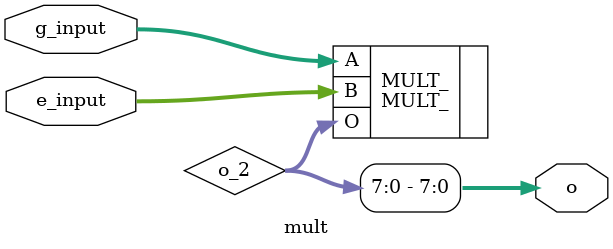
<source format=sv>
`timescale 1ns / 1ps

module mult #(parameter N = 8)( 
	input [N-1:0] g_input,
	input [N-1:0] e_input,
	output [N-1:0] o
);	
	logic [2*N-2:0] o_2;
	
	MULT_ #(.N(N)) MULT_( 
		.A(g_input),
		.B(e_input),
		.O(o_2)
	);
	
	assign o = o_2[N-1:0];

endmodule

</source>
